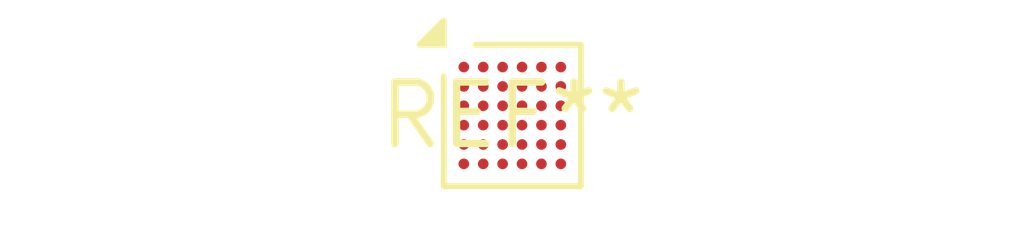
<source format=kicad_pcb>
(kicad_pcb (version 20240108) (generator pcbnew)
  (layers (0 "F.Cu" signal) (31 "B.Cu" signal) (34 "B.Paste" user) (35 "F.Paste" user) (36 "B.SilkS" user "B.Silkscreen") (37 "F.SilkS" user "F.Silkscreen") (38 "B.Mask" user) (39 "F.Mask" user) (44 "Edge.Cuts" user))
  (net 0 "")
  (footprint "ST_WLCSP-36_Die440" (layer "F.Cu") (at 0 0)
    (property "Reference" "REF**")
    (property "Value" "ST_WLCSP-36_Die440")
    (fp_line (start -1.4125 1.4615) (end -1.4125 -0.81025) (layer "F.SilkS") (stroke (width 0.12)))
    (fp_line (start -0.76125 -1.4615) (end 1.4125 -1.4615) (layer "F.SilkS") (stroke (width 0.12)))
    (fp_line (start 1.4125 -1.4615) (end 1.4125 1.4615) (layer "F.SilkS") (stroke (width 0.12)))
    (fp_line (start 1.4125 1.4615) (end -1.4125 1.4615) (layer "F.SilkS") (stroke (width 0.12)))
    (fp_poly (pts (xy -1.4125 -1.4615) (xy -1.9125 -1.4615) (xy -1.4125 -1.9615) (xy -1.4125 -1.4615)) (layer "F.SilkS") (stroke (width 0.12)) (fill solid))
    (pad "A1" smd circle (at -1 -1) (size 0.22 0.22) (property pad_prop_bga) (layers "F.Cu" "F.Paste" "F.Mask"))
    (pad "A2" smd circle (at -0.6 -1) (size 0.22 0.22) (property pad_prop_bga) (layers "F.Cu" "F.Paste" "F.Mask"))
    (pad "A3" smd circle (at -0.2 -1) (size 0.22 0.22) (property pad_prop_bga) (layers "F.Cu" "F.Paste" "F.Mask"))
    (pad "A4" smd circle (at 0.2 -1) (size 0.22 0.22) (property pad_prop_bga) (layers "F.Cu" "F.Paste" "F.Mask"))
    (pad "A5" smd circle (at 0.6 -1) (size 0.22 0.22) (property pad_prop_bga) (layers "F.Cu" "F.Paste" "F.Mask"))
    (pad "A6" smd circle (at 1 -1) (size 0.22 0.22) (property pad_prop_bga) (layers "F.Cu" "F.Paste" "F.Mask"))
    (pad "B1" smd circle (at -1 -0.6) (size 0.22 0.22) (property pad_prop_bga) (layers "F.Cu" "F.Paste" "F.Mask"))
    (pad "B2" smd circle (at -0.6 -0.6) (size 0.22 0.22) (property pad_prop_bga) (layers "F.Cu" "F.Paste" "F.Mask"))
    (pad "B3" smd circle (at -0.2 -0.6) (size 0.22 0.22) (property pad_prop_bga) (layers "F.Cu" "F.Paste" "F.Mask"))
    (pad "B4" smd circle (at 0.2 -0.6) (size 0.22 0.22) (property pad_prop_bga) (layers "F.Cu" "F.Paste" "F.Mask"))
    (pad "B5" smd circle (at 0.6 -0.6) (size 0.22 0.22) (property pad_prop_bga) (layers "F.Cu" "F.Paste" "F.Mask"))
    (pad "B6" smd circle (at 1 -0.6) (size 0.22 0.22) (property pad_prop_bga) (layers "F.Cu" "F.Paste" "F.Mask"))
    (pad "C1" smd circle (at -1 -0.2) (size 0.22 0.22) (property pad_prop_bga) (layers "F.Cu" "F.Paste" "F.Mask"))
    (pad "C2" smd circle (at -0.6 -0.2) (size 0.22 0.22) (property pad_prop_bga) (layers "F.Cu" "F.Paste" "F.Mask"))
    (pad "C3" smd circle (at -0.2 -0.2) (size 0.22 0.22) (property pad_prop_bga) (layers "F.Cu" "F.Paste" "F.Mask"))
    (pad "C4" smd circle (at 0.2 -0.2) (size 0.22 0.22) (property pad_prop_bga) (layers "F.Cu" "F.Paste" "F.Mask"))
    (pad "C5" smd circle (at 0.6 -0.2) (size 0.22 0.22) (property pad_prop_bga) (layers "F.Cu" "F.Paste" "F.Mask"))
    (pad "C6" smd circle (at 1 -0.2) (size 0.22 0.22) (property pad_prop_bga) (layers "F.Cu" "F.Paste" "F.Mask"))
    (pad "D1" smd circle (at -1 0.2) (size 0.22 0.22) (property pad_prop_bga) (layers "F.Cu" "F.Paste" "F.Mask"))
    (pad "D2" smd circle (at -0.6 0.2) (size 0.22 0.22) (property pad_prop_bga) (layers "F.Cu" "F.Paste" "F.Mask"))
    (pad "D3" smd circle (at -0.2 0.2) (size 0.22 0.22) (property pad_prop_bga) (layers "F.Cu" "F.Paste" "F.Mask"))
    (pad "D4" smd circle (at 0.2 0.2) (size 0.22 0.22) (property pad_prop_bga) (layers "F.Cu" "F.Paste" "F.Mask"))
    (pad "D5" smd circle (at 0.6 0.2) (size 0.22 0.22) (property pad_prop_bga) (layers "F.Cu" "F.Paste" "F.Mask"))
    (pad "D6" smd circle (at 1 0.2) (size 0.22 0.22) (property pad_prop_bga) (layers "F.Cu" "F.Paste" "F.Mask"))
    (pad "E1" smd circle (at -1 0.6) (size 0.22 0.22) (property pad_prop_bga) (layers "F.Cu" "F.Paste" "F.Mask"))
    (pad "E2" smd circle (at -0.6 0.6) (size 0.22 0.22) (property pad_prop_bga) (layers "F.Cu" "F.Paste" "F.Mask"))
    (pad "E3" smd circle (at -0.2 0.6) (size 0.22 0.22) (property pad_prop_bga) (layers "F.Cu" "F.Paste" "F.Mask"))
    (pad "E4" smd circle (at 0.2 0.6) (size 0.22 0.22) (property pad_prop_bga) (layers "F.Cu" "F.Paste" "F.Mask"))
    (pad "E5" smd circle (at 0.6 0.6) (size 0.22 0.22) (property pad_prop_bga) (layers "F.Cu" "F.Paste" "F.Mask"))
    (pad "E6" smd circle (at 1 0.6) (size 0.22 0.22) (property pad_prop_bga) (layers "F.Cu" "F.Paste" "F.Mask"))
    (pad "F1" smd circle (at -1 1) (size 0.22 0.22) (property pad_prop_bga) (layers "F.Cu" "F.Paste" "F.Mask"))
    (pad "F2" smd circle (at -0.6 1) (size 0.22 0.22) (property pad_prop_bga) (layers "F.Cu" "F.Paste" "F.Mask"))
    (pad "F3" smd circle (at -0.2 1) (size 0.22 0.22) (property pad_prop_bga) (layers "F.Cu" "F.Paste" "F.Mask"))
    (pad "F4" smd circle (at 0.2 1) (size 0.22 0.22) (property pad_prop_bga) (layers "F.Cu" "F.Paste" "F.Mask"))
    (pad "F5" smd circle (at 0.6 1) (size 0.22 0.22) (property pad_prop_bga) (layers "F.Cu" "F.Paste" "F.Mask"))
    (pad "F6" smd circle (at 1 1) (size 0.22 0.22) (property pad_prop_bga) (layers "F.Cu" "F.Paste" "F.Mask"))
  )
)
</source>
